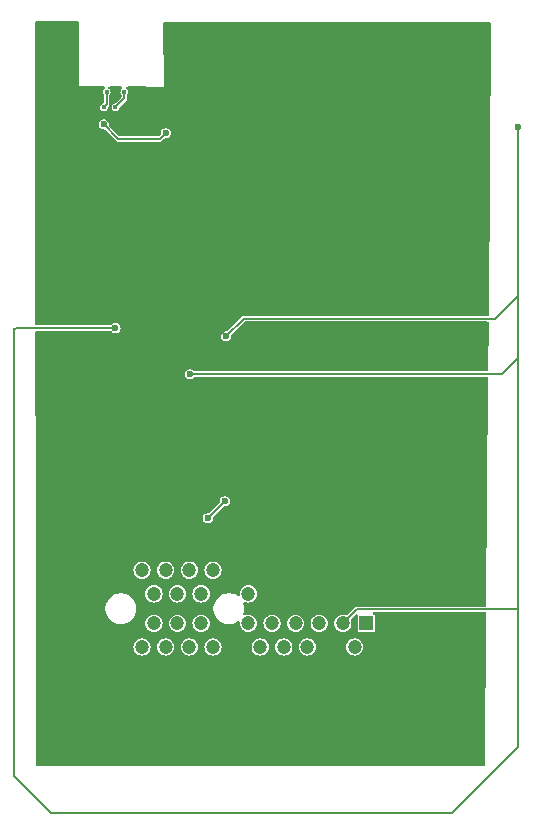
<source format=gbr>
%TF.GenerationSoftware,KiCad,Pcbnew,8.0.8*%
%TF.CreationDate,2025-07-23T18:15:36+02:00*%
%TF.ProjectId,CartridgeMk3ReaderMk6,43617274-7269-4646-9765-4d6b33526561,rev?*%
%TF.SameCoordinates,PX30a32c0PY5466720*%
%TF.FileFunction,Copper,L2,Bot*%
%TF.FilePolarity,Positive*%
%FSLAX46Y46*%
G04 Gerber Fmt 4.6, Leading zero omitted, Abs format (unit mm)*
G04 Created by KiCad (PCBNEW 8.0.8) date 2025-07-23 18:15:36*
%MOMM*%
%LPD*%
G01*
G04 APERTURE LIST*
%TA.AperFunction,ComponentPad*%
%ADD10R,1.200000X1.200000*%
%TD*%
%TA.AperFunction,ComponentPad*%
%ADD11C,1.200000*%
%TD*%
%TA.AperFunction,HeatsinkPad*%
%ADD12O,1.100000X2.100000*%
%TD*%
%TA.AperFunction,HeatsinkPad*%
%ADD13O,1.100000X2.600000*%
%TD*%
%TA.AperFunction,ViaPad*%
%ADD14C,0.600000*%
%TD*%
%TA.AperFunction,ViaPad*%
%ADD15C,0.400000*%
%TD*%
%TA.AperFunction,Conductor*%
%ADD16C,0.200000*%
%TD*%
G04 APERTURE END LIST*
D10*
%TO.P,J1,A1,A1*%
%TO.N,SUPPLY*%
X34000000Y18000000D03*
D11*
%TO.P,J1,A2,A2*%
%TO.N,VCC*%
X33000000Y16000000D03*
%TO.P,J1,A3,A3*%
%TO.N,3V3*%
X32000000Y18000000D03*
%TO.P,J1,A4,A4*%
%TO.N,GND*%
X31000000Y16000000D03*
%TO.P,J1,A5,A5*%
%TO.N,SD_CLK*%
X30000000Y18000000D03*
%TO.P,J1,A6,A6*%
%TO.N,SD_CMD*%
X29000000Y16000000D03*
%TO.P,J1,A7,A7*%
%TO.N,SD_DAT0*%
X28000000Y18000000D03*
%TO.P,J1,A8,A8*%
%TO.N,SD_DAT1*%
X27000000Y16000000D03*
%TO.P,J1,A9,A9*%
%TO.N,SD_DAT2*%
X26000000Y18000000D03*
%TO.P,J1,A10,A10*%
%TO.N,SD_DAT3*%
X25000000Y16000000D03*
%TO.P,J1,A11,A11*%
%TO.N,unconnected-(J1-PadA11)*%
X24000000Y18000000D03*
%TO.P,J1,A12,A12*%
%TO.N,unconnected-(J1-PadA12)*%
X21000000Y16000000D03*
%TO.P,J1,A13,A13*%
%TO.N,unconnected-(J1-PadA13)*%
X20000000Y18000000D03*
%TO.P,J1,A14,A14*%
%TO.N,unconnected-(J1-PadA14)*%
X19000000Y16000000D03*
%TO.P,J1,A15,A15*%
%TO.N,unconnected-(J1-PadA15)*%
X18000000Y18000000D03*
%TO.P,J1,A16,A16*%
%TO.N,unconnected-(J1-PadA16)*%
X17000000Y16000000D03*
%TO.P,J1,A17,A17*%
%TO.N,CARD_PRESENT*%
X16000000Y18000000D03*
%TO.P,J1,A18,A18*%
%TO.N,unconnected-(J1-PadA18)*%
X15000000Y16000000D03*
%TO.P,J1,B1,B1*%
%TO.N,GND*%
X34000000Y20500000D03*
%TO.P,J1,B2,B2*%
X33000000Y22500000D03*
%TO.P,J1,B3,B3*%
X32000000Y20500000D03*
%TO.P,J1,B4,B4*%
X31000000Y22500000D03*
%TO.P,J1,B5,B5*%
X30000000Y20500000D03*
%TO.P,J1,B6,B6*%
X29000000Y22500000D03*
%TO.P,J1,B7,B7*%
X28000000Y20500000D03*
%TO.P,J1,B8,B8*%
X27000000Y22500000D03*
%TO.P,J1,B9,B9*%
X26000000Y20500000D03*
%TO.P,J1,B10,B10*%
X25000000Y22500000D03*
%TO.P,J1,B11,B11*%
%TO.N,unconnected-(J1-PadB11)*%
X24000000Y20500000D03*
%TO.P,J1,B12,B12*%
%TO.N,unconnected-(J1-PadB12)*%
X21000000Y22500000D03*
%TO.P,J1,B13,B13*%
%TO.N,unconnected-(J1-PadB13)*%
X20000000Y20500000D03*
%TO.P,J1,B14,B14*%
%TO.N,unconnected-(J1-PadB14)*%
X19000000Y22500000D03*
%TO.P,J1,B15,B15*%
%TO.N,unconnected-(J1-PadB15)*%
X18000000Y20500000D03*
%TO.P,J1,B16,B16*%
%TO.N,unconnected-(J1-PadB16)*%
X17000000Y22500000D03*
%TO.P,J1,B17,B17*%
%TO.N,unconnected-(J1-PadB17)*%
X16000000Y20500000D03*
%TO.P,J1,B18,B18*%
%TO.N,unconnected-(J1-PadB18)*%
X15000000Y22500000D03*
%TD*%
D12*
%TO.P,J2,S1,SHIELD*%
%TO.N,GND*%
X17570000Y62110000D03*
D13*
X17570000Y67470000D03*
D12*
X8930000Y62110000D03*
D13*
X8930000Y67470000D03*
%TD*%
D14*
%TO.N,GND*%
X32550000Y58250000D03*
D15*
X21400000Y54226000D03*
X27500000Y53320000D03*
X18820000Y37500000D03*
X16850000Y51015000D03*
X10100000Y63000000D03*
X41920000Y18450000D03*
X16250000Y61700000D03*
D14*
X28850000Y61050000D03*
D15*
X41100000Y54250000D03*
X23025000Y52975000D03*
X10250000Y61700000D03*
X15525000Y57000000D03*
X16350000Y63000000D03*
D14*
X28850000Y61700000D03*
D15*
X9665000Y57000000D03*
D14*
X20000000Y47500000D03*
D15*
X23450000Y48150000D03*
X17000000Y52820000D03*
D14*
X33250000Y58250000D03*
D15*
X25900000Y60375000D03*
X16150000Y49065000D03*
D14*
X18000000Y43500000D03*
%TO.N,3V3*%
X22100000Y42300000D03*
X46850000Y60050000D03*
X12750000Y43000000D03*
X19050000Y39100000D03*
%TO.N,SD_DAT2*%
X21994871Y28344871D03*
X20555908Y26905908D03*
D15*
%TO.N,D-*%
X12750000Y61700000D03*
X13500000Y63000000D03*
D14*
%TO.N,VCC*%
X17000000Y59500000D03*
X11750000Y60250000D03*
D15*
X11750000Y61700000D03*
X12000000Y63000000D03*
%TD*%
D16*
%TO.N,3V3*%
X7250000Y1950000D02*
X4150000Y5050000D01*
X12750000Y43000000D02*
X4350000Y43000000D01*
X46850000Y40500000D02*
X46850000Y19200000D01*
X45450000Y39100000D02*
X46850000Y40500000D01*
X41250000Y1950000D02*
X40200000Y1950000D01*
X46850000Y16900000D02*
X46850000Y7550000D01*
X32000000Y18000000D02*
X33200000Y19200000D01*
X4150000Y42950000D02*
X4200000Y43000000D01*
X4150000Y5050000D02*
X4150000Y42800000D01*
X40200000Y1950000D02*
X7250000Y1950000D01*
X4350000Y43000000D02*
X4150000Y42800000D01*
X19050000Y39100000D02*
X45450000Y39100000D01*
X46850000Y45750000D02*
X46850000Y40500000D01*
X22100000Y42300000D02*
X23600000Y43800000D01*
X23600000Y43800000D02*
X44900000Y43800000D01*
X33200000Y19200000D02*
X46850000Y19200000D01*
X46850000Y7550000D02*
X41250000Y1950000D01*
X46850000Y19200000D02*
X46850000Y16900000D01*
X4150000Y42800000D02*
X4150000Y42950000D01*
X44900000Y43800000D02*
X46850000Y45750000D01*
X46850000Y60050000D02*
X46850000Y45750000D01*
%TO.N,SD_DAT2*%
X21994871Y28344871D02*
X20555908Y26905908D01*
%TO.N,D-*%
X13500000Y63000000D02*
X13500000Y62450000D01*
X13500000Y62450000D02*
X12750000Y61700000D01*
%TO.N,VCC*%
X12000000Y63000000D02*
X12000000Y61950000D01*
X13000000Y59000000D02*
X16500000Y59000000D01*
X12000000Y61950000D02*
X11750000Y61700000D01*
X11750000Y60250000D02*
X13000000Y59000000D01*
X16500000Y59000000D02*
X17000000Y59500000D01*
%TD*%
%TA.AperFunction,Conductor*%
%TO.N,GND*%
G36*
X9593039Y68979815D02*
G01*
X9638794Y68927011D01*
X9650000Y68875500D01*
X9650000Y63500000D01*
X11729349Y63485561D01*
X11796247Y63465411D01*
X11841634Y63412291D01*
X11851097Y63343065D01*
X11821632Y63279712D01*
X11808192Y63266575D01*
X11745250Y63213760D01*
X11745247Y63213757D01*
X11687505Y63113745D01*
X11687502Y63113738D01*
X11667448Y63000001D01*
X11667448Y63000000D01*
X11687502Y62886263D01*
X11687505Y62886256D01*
X11750674Y62776845D01*
X11748953Y62775852D01*
X11771502Y62724336D01*
X11772500Y62708633D01*
X11772500Y62143534D01*
X11752815Y62076495D01*
X11700011Y62030740D01*
X11690912Y62027013D01*
X11583725Y61987999D01*
X11495249Y61913759D01*
X11495247Y61913757D01*
X11437505Y61813745D01*
X11437502Y61813738D01*
X11417448Y61700001D01*
X11417448Y61700000D01*
X11437502Y61586263D01*
X11437505Y61586256D01*
X11495247Y61486244D01*
X11495248Y61486243D01*
X11495250Y61486240D01*
X11583724Y61412002D01*
X11692253Y61372500D01*
X11692254Y61372500D01*
X11807745Y61372500D01*
X11807747Y61372500D01*
X11916276Y61412002D01*
X12004750Y61486240D01*
X12062497Y61586261D01*
X12078079Y61674632D01*
X12109106Y61737235D01*
X12112514Y61740782D01*
X12112515Y61740783D01*
X12192865Y61821132D01*
X12192867Y61821139D01*
X12199354Y61830846D01*
X12239745Y61864605D01*
X12234320Y61872223D01*
X12227500Y61912779D01*
X12227500Y62708633D01*
X12247185Y62775672D01*
X12253967Y62784885D01*
X12254748Y62786239D01*
X12254750Y62786240D01*
X12312497Y62886261D01*
X12332552Y63000000D01*
X12312497Y63113739D01*
X12254750Y63213760D01*
X12208859Y63252267D01*
X12196340Y63262772D01*
X12157638Y63320943D01*
X12156530Y63390804D01*
X12193367Y63450174D01*
X12256454Y63480203D01*
X12276902Y63481758D01*
X13217034Y63475229D01*
X13283935Y63455079D01*
X13329322Y63401959D01*
X13338785Y63332733D01*
X13309320Y63269380D01*
X13295879Y63256243D01*
X13245252Y63213763D01*
X13245247Y63213757D01*
X13187505Y63113745D01*
X13187502Y63113738D01*
X13167448Y63000001D01*
X13167448Y63000000D01*
X13187502Y62886263D01*
X13187505Y62886256D01*
X13250674Y62776845D01*
X13248953Y62775852D01*
X13271502Y62724336D01*
X13272500Y62708633D01*
X13272500Y62595595D01*
X13252815Y62528556D01*
X13236181Y62507914D01*
X12792086Y62063819D01*
X12730763Y62030334D01*
X12704405Y62027500D01*
X12692253Y62027500D01*
X12583727Y61987999D01*
X12583724Y61987998D01*
X12495249Y61913759D01*
X12458887Y61850778D01*
X12413924Y61807908D01*
X12422040Y61794771D01*
X12424576Y61740429D01*
X12417448Y61700003D01*
X12417448Y61700000D01*
X12437502Y61586263D01*
X12437505Y61586256D01*
X12495247Y61486244D01*
X12495248Y61486243D01*
X12495250Y61486240D01*
X12583724Y61412002D01*
X12692253Y61372500D01*
X12692254Y61372500D01*
X12807745Y61372500D01*
X12807747Y61372500D01*
X12916276Y61412002D01*
X13004750Y61486240D01*
X13062497Y61586261D01*
X13078079Y61674636D01*
X13109105Y61737237D01*
X13112487Y61740756D01*
X13692865Y62321132D01*
X13727500Y62404747D01*
X13727500Y62708633D01*
X13747185Y62775672D01*
X13753967Y62784885D01*
X13754748Y62786239D01*
X13754750Y62786240D01*
X13812497Y62886261D01*
X13832552Y63000000D01*
X13812497Y63113739D01*
X13754750Y63213760D01*
X13708856Y63252269D01*
X13670155Y63310438D01*
X13669046Y63380299D01*
X13705883Y63439669D01*
X13768970Y63469699D01*
X13789424Y63471254D01*
X16849999Y63450000D01*
X16849998Y63450001D01*
X16850000Y63450000D01*
X16801138Y68824873D01*
X16820212Y68892088D01*
X16872598Y68938321D01*
X16925133Y68950000D01*
X18400000Y68950000D01*
X44425251Y68900239D01*
X44492252Y68880426D01*
X44537906Y68827535D01*
X44549009Y68775255D01*
X44353575Y44150516D01*
X44333359Y44083635D01*
X44280194Y44038300D01*
X44229579Y44027500D01*
X23554746Y44027500D01*
X23471130Y43992864D01*
X22242085Y42763819D01*
X22180762Y42730334D01*
X22154404Y42727500D01*
X22038535Y42727500D01*
X21920584Y42692866D01*
X21920582Y42692866D01*
X21920582Y42692865D01*
X21817169Y42626406D01*
X21736667Y42533503D01*
X21736665Y42533500D01*
X21685599Y42421683D01*
X21685598Y42421679D01*
X21668104Y42300000D01*
X21685598Y42178322D01*
X21685599Y42178318D01*
X21736665Y42066501D01*
X21736666Y42066499D01*
X21817168Y41973595D01*
X21920584Y41907134D01*
X22038535Y41872500D01*
X22161465Y41872500D01*
X22279416Y41907134D01*
X22382832Y41973595D01*
X22463334Y42066499D01*
X22514401Y42178321D01*
X22531896Y42300000D01*
X22526881Y42334876D01*
X22536822Y42404033D01*
X22561934Y42440203D01*
X23657914Y43536181D01*
X23719237Y43569666D01*
X23745595Y43572500D01*
X44224000Y43572500D01*
X44291039Y43552815D01*
X44336794Y43500011D01*
X44347996Y43447516D01*
X44316274Y39450516D01*
X44296058Y39383635D01*
X44242893Y39338300D01*
X44192278Y39327500D01*
X19475162Y39327500D01*
X19408123Y39347185D01*
X19381452Y39370294D01*
X19332832Y39426405D01*
X19229416Y39492866D01*
X19111465Y39527500D01*
X18988535Y39527500D01*
X18870584Y39492866D01*
X18870582Y39492866D01*
X18870582Y39492865D01*
X18767169Y39426406D01*
X18686667Y39333503D01*
X18686665Y39333500D01*
X18635599Y39221683D01*
X18635598Y39221679D01*
X18618104Y39100000D01*
X18635598Y38978322D01*
X18635599Y38978318D01*
X18668108Y38907135D01*
X18686666Y38866499D01*
X18767168Y38773595D01*
X18870584Y38707134D01*
X18988535Y38672500D01*
X19111465Y38672500D01*
X19229416Y38707134D01*
X19332832Y38773595D01*
X19381451Y38829705D01*
X19440227Y38867477D01*
X19475162Y38872500D01*
X44186699Y38872500D01*
X44253738Y38852815D01*
X44299493Y38800011D01*
X44310694Y38747518D01*
X44234516Y29149016D01*
X44158337Y19550516D01*
X44138121Y19483635D01*
X44084956Y19438300D01*
X44034341Y19427500D01*
X33154746Y19427500D01*
X33071130Y19392864D01*
X32387720Y18709455D01*
X32326397Y18675970D01*
X32259085Y18680094D01*
X32175176Y18709455D01*
X32162908Y18713748D01*
X32162907Y18713749D01*
X32162905Y18713749D01*
X32162899Y18713750D01*
X32000004Y18732103D01*
X31999996Y18732103D01*
X31837100Y18713750D01*
X31837094Y18713749D01*
X31682352Y18659603D01*
X31543540Y18572381D01*
X31427619Y18456460D01*
X31340397Y18317648D01*
X31286251Y18162906D01*
X31286250Y18162900D01*
X31267897Y18000004D01*
X31267897Y17999997D01*
X31286250Y17837101D01*
X31286251Y17837095D01*
X31340397Y17682353D01*
X31340398Y17682352D01*
X31427619Y17543541D01*
X31543541Y17427619D01*
X31682352Y17340398D01*
X31837092Y17286252D01*
X31837098Y17286252D01*
X31837100Y17286251D01*
X31999996Y17267897D01*
X32000000Y17267897D01*
X32000004Y17267897D01*
X32162899Y17286251D01*
X32162898Y17286251D01*
X32162908Y17286252D01*
X32317648Y17340398D01*
X32456459Y17427619D01*
X32572381Y17543541D01*
X32659602Y17682352D01*
X32713748Y17837092D01*
X32726188Y17947500D01*
X32732103Y17999997D01*
X32732103Y18000004D01*
X32713749Y18162900D01*
X32713748Y18162906D01*
X32713748Y18162908D01*
X32680092Y18259089D01*
X32676532Y18328867D01*
X32709452Y18387721D01*
X33067435Y18745703D01*
X33128755Y18779186D01*
X33198447Y18774202D01*
X33254380Y18732330D01*
X33278797Y18666866D01*
X33276731Y18633830D01*
X33272500Y18612559D01*
X33272500Y17387442D01*
X33279898Y17350251D01*
X33308077Y17308078D01*
X33350250Y17279899D01*
X33350252Y17279898D01*
X33378205Y17274338D01*
X33387441Y17272500D01*
X33387442Y17272500D01*
X34612559Y17272500D01*
X34619957Y17273972D01*
X34649748Y17279898D01*
X34691922Y17308078D01*
X34720102Y17350252D01*
X34727500Y17387442D01*
X34727500Y18612558D01*
X34720102Y18649748D01*
X34702581Y18675970D01*
X34691922Y18691923D01*
X34649749Y18720102D01*
X34615660Y18726883D01*
X34553750Y18759270D01*
X34519177Y18819986D01*
X34522918Y18889756D01*
X34563786Y18946427D01*
X34628805Y18972007D01*
X34639854Y18972500D01*
X44028762Y18972500D01*
X44095801Y18952815D01*
X44141556Y18900011D01*
X44152758Y18847516D01*
X44050977Y6023178D01*
X44030761Y5956297D01*
X43977596Y5910962D01*
X43926818Y5900162D01*
X6123720Y5949838D01*
X6056707Y5969611D01*
X6011021Y6022475D01*
X5999883Y6073719D01*
X5990563Y16000004D01*
X14267897Y16000004D01*
X14267897Y15999997D01*
X14286250Y15837101D01*
X14286251Y15837095D01*
X14340397Y15682353D01*
X14340398Y15682352D01*
X14427619Y15543541D01*
X14543541Y15427619D01*
X14682352Y15340398D01*
X14837092Y15286252D01*
X14837098Y15286252D01*
X14837100Y15286251D01*
X14999996Y15267897D01*
X15000000Y15267897D01*
X15000004Y15267897D01*
X15162899Y15286251D01*
X15162898Y15286251D01*
X15162908Y15286252D01*
X15317648Y15340398D01*
X15456459Y15427619D01*
X15572381Y15543541D01*
X15659602Y15682352D01*
X15713748Y15837092D01*
X15732103Y16000000D01*
X15732103Y16000004D01*
X16267897Y16000004D01*
X16267897Y15999997D01*
X16286250Y15837101D01*
X16286251Y15837095D01*
X16340397Y15682353D01*
X16340398Y15682352D01*
X16427619Y15543541D01*
X16543541Y15427619D01*
X16682352Y15340398D01*
X16837092Y15286252D01*
X16837098Y15286252D01*
X16837100Y15286251D01*
X16999996Y15267897D01*
X17000000Y15267897D01*
X17000004Y15267897D01*
X17162899Y15286251D01*
X17162898Y15286251D01*
X17162908Y15286252D01*
X17317648Y15340398D01*
X17456459Y15427619D01*
X17572381Y15543541D01*
X17659602Y15682352D01*
X17713748Y15837092D01*
X17732103Y16000000D01*
X17732103Y16000004D01*
X18267897Y16000004D01*
X18267897Y15999997D01*
X18286250Y15837101D01*
X18286251Y15837095D01*
X18340397Y15682353D01*
X18340398Y15682352D01*
X18427619Y15543541D01*
X18543541Y15427619D01*
X18682352Y15340398D01*
X18837092Y15286252D01*
X18837098Y15286252D01*
X18837100Y15286251D01*
X18999996Y15267897D01*
X19000000Y15267897D01*
X19000004Y15267897D01*
X19162899Y15286251D01*
X19162898Y15286251D01*
X19162908Y15286252D01*
X19317648Y15340398D01*
X19456459Y15427619D01*
X19572381Y15543541D01*
X19659602Y15682352D01*
X19713748Y15837092D01*
X19732103Y16000000D01*
X19732103Y16000004D01*
X20267897Y16000004D01*
X20267897Y15999997D01*
X20286250Y15837101D01*
X20286251Y15837095D01*
X20340397Y15682353D01*
X20340398Y15682352D01*
X20427619Y15543541D01*
X20543541Y15427619D01*
X20682352Y15340398D01*
X20837092Y15286252D01*
X20837098Y15286252D01*
X20837100Y15286251D01*
X20999996Y15267897D01*
X21000000Y15267897D01*
X21000004Y15267897D01*
X21162899Y15286251D01*
X21162898Y15286251D01*
X21162908Y15286252D01*
X21317648Y15340398D01*
X21456459Y15427619D01*
X21572381Y15543541D01*
X21659602Y15682352D01*
X21713748Y15837092D01*
X21732103Y16000000D01*
X21732103Y16000004D01*
X24267897Y16000004D01*
X24267897Y15999997D01*
X24286250Y15837101D01*
X24286251Y15837095D01*
X24340397Y15682353D01*
X24340398Y15682352D01*
X24427619Y15543541D01*
X24543541Y15427619D01*
X24682352Y15340398D01*
X24837092Y15286252D01*
X24837098Y15286252D01*
X24837100Y15286251D01*
X24999996Y15267897D01*
X25000000Y15267897D01*
X25000004Y15267897D01*
X25162899Y15286251D01*
X25162898Y15286251D01*
X25162908Y15286252D01*
X25317648Y15340398D01*
X25456459Y15427619D01*
X25572381Y15543541D01*
X25659602Y15682352D01*
X25713748Y15837092D01*
X25732103Y16000000D01*
X25732103Y16000004D01*
X26267897Y16000004D01*
X26267897Y15999997D01*
X26286250Y15837101D01*
X26286251Y15837095D01*
X26340397Y15682353D01*
X26340398Y15682352D01*
X26427619Y15543541D01*
X26543541Y15427619D01*
X26682352Y15340398D01*
X26837092Y15286252D01*
X26837098Y15286252D01*
X26837100Y15286251D01*
X26999996Y15267897D01*
X27000000Y15267897D01*
X27000004Y15267897D01*
X27162899Y15286251D01*
X27162898Y15286251D01*
X27162908Y15286252D01*
X27317648Y15340398D01*
X27456459Y15427619D01*
X27572381Y15543541D01*
X27659602Y15682352D01*
X27713748Y15837092D01*
X27732103Y16000000D01*
X27732103Y16000004D01*
X28267897Y16000004D01*
X28267897Y15999997D01*
X28286250Y15837101D01*
X28286251Y15837095D01*
X28340397Y15682353D01*
X28340398Y15682352D01*
X28427619Y15543541D01*
X28543541Y15427619D01*
X28682352Y15340398D01*
X28837092Y15286252D01*
X28837098Y15286252D01*
X28837100Y15286251D01*
X28999996Y15267897D01*
X29000000Y15267897D01*
X29000004Y15267897D01*
X29162899Y15286251D01*
X29162898Y15286251D01*
X29162908Y15286252D01*
X29317648Y15340398D01*
X29456459Y15427619D01*
X29572381Y15543541D01*
X29659602Y15682352D01*
X29713748Y15837092D01*
X29732103Y16000000D01*
X29732103Y16000004D01*
X32267897Y16000004D01*
X32267897Y15999997D01*
X32286250Y15837101D01*
X32286251Y15837095D01*
X32340397Y15682353D01*
X32340398Y15682352D01*
X32427619Y15543541D01*
X32543541Y15427619D01*
X32682352Y15340398D01*
X32837092Y15286252D01*
X32837098Y15286252D01*
X32837100Y15286251D01*
X32999996Y15267897D01*
X33000000Y15267897D01*
X33000004Y15267897D01*
X33162899Y15286251D01*
X33162898Y15286251D01*
X33162908Y15286252D01*
X33317648Y15340398D01*
X33456459Y15427619D01*
X33572381Y15543541D01*
X33659602Y15682352D01*
X33713748Y15837092D01*
X33732103Y16000000D01*
X33713748Y16162908D01*
X33659602Y16317648D01*
X33572381Y16456459D01*
X33456459Y16572381D01*
X33317647Y16659603D01*
X33162905Y16713749D01*
X33162899Y16713750D01*
X33000004Y16732103D01*
X32999996Y16732103D01*
X32837100Y16713750D01*
X32837094Y16713749D01*
X32682352Y16659603D01*
X32543540Y16572381D01*
X32427619Y16456460D01*
X32340397Y16317648D01*
X32286251Y16162906D01*
X32286250Y16162900D01*
X32267897Y16000004D01*
X29732103Y16000004D01*
X29713748Y16162908D01*
X29659602Y16317648D01*
X29572381Y16456459D01*
X29456459Y16572381D01*
X29317647Y16659603D01*
X29162905Y16713749D01*
X29162899Y16713750D01*
X29000004Y16732103D01*
X28999996Y16732103D01*
X28837100Y16713750D01*
X28837094Y16713749D01*
X28682352Y16659603D01*
X28543540Y16572381D01*
X28427619Y16456460D01*
X28340397Y16317648D01*
X28286251Y16162906D01*
X28286250Y16162900D01*
X28267897Y16000004D01*
X27732103Y16000004D01*
X27713748Y16162908D01*
X27659602Y16317648D01*
X27572381Y16456459D01*
X27456459Y16572381D01*
X27317647Y16659603D01*
X27162905Y16713749D01*
X27162899Y16713750D01*
X27000004Y16732103D01*
X26999996Y16732103D01*
X26837100Y16713750D01*
X26837094Y16713749D01*
X26682352Y16659603D01*
X26543540Y16572381D01*
X26427619Y16456460D01*
X26340397Y16317648D01*
X26286251Y16162906D01*
X26286250Y16162900D01*
X26267897Y16000004D01*
X25732103Y16000004D01*
X25713748Y16162908D01*
X25659602Y16317648D01*
X25572381Y16456459D01*
X25456459Y16572381D01*
X25317647Y16659603D01*
X25162905Y16713749D01*
X25162899Y16713750D01*
X25000004Y16732103D01*
X24999996Y16732103D01*
X24837100Y16713750D01*
X24837094Y16713749D01*
X24682352Y16659603D01*
X24543540Y16572381D01*
X24427619Y16456460D01*
X24340397Y16317648D01*
X24286251Y16162906D01*
X24286250Y16162900D01*
X24267897Y16000004D01*
X21732103Y16000004D01*
X21713748Y16162908D01*
X21659602Y16317648D01*
X21572381Y16456459D01*
X21456459Y16572381D01*
X21317647Y16659603D01*
X21162905Y16713749D01*
X21162899Y16713750D01*
X21000004Y16732103D01*
X20999996Y16732103D01*
X20837100Y16713750D01*
X20837094Y16713749D01*
X20682352Y16659603D01*
X20543540Y16572381D01*
X20427619Y16456460D01*
X20340397Y16317648D01*
X20286251Y16162906D01*
X20286250Y16162900D01*
X20267897Y16000004D01*
X19732103Y16000004D01*
X19713748Y16162908D01*
X19659602Y16317648D01*
X19572381Y16456459D01*
X19456459Y16572381D01*
X19317647Y16659603D01*
X19162905Y16713749D01*
X19162899Y16713750D01*
X19000004Y16732103D01*
X18999996Y16732103D01*
X18837100Y16713750D01*
X18837094Y16713749D01*
X18682352Y16659603D01*
X18543540Y16572381D01*
X18427619Y16456460D01*
X18340397Y16317648D01*
X18286251Y16162906D01*
X18286250Y16162900D01*
X18267897Y16000004D01*
X17732103Y16000004D01*
X17713748Y16162908D01*
X17659602Y16317648D01*
X17572381Y16456459D01*
X17456459Y16572381D01*
X17317647Y16659603D01*
X17162905Y16713749D01*
X17162899Y16713750D01*
X17000004Y16732103D01*
X16999996Y16732103D01*
X16837100Y16713750D01*
X16837094Y16713749D01*
X16682352Y16659603D01*
X16543540Y16572381D01*
X16427619Y16456460D01*
X16340397Y16317648D01*
X16286251Y16162906D01*
X16286250Y16162900D01*
X16267897Y16000004D01*
X15732103Y16000004D01*
X15713748Y16162908D01*
X15659602Y16317648D01*
X15572381Y16456459D01*
X15456459Y16572381D01*
X15317647Y16659603D01*
X15162905Y16713749D01*
X15162899Y16713750D01*
X15000004Y16732103D01*
X14999996Y16732103D01*
X14837100Y16713750D01*
X14837094Y16713749D01*
X14682352Y16659603D01*
X14543540Y16572381D01*
X14427619Y16456460D01*
X14340397Y16317648D01*
X14286251Y16162906D01*
X14286250Y16162900D01*
X14267897Y16000004D01*
X5990563Y16000004D01*
X5987415Y19352514D01*
X11897500Y19352514D01*
X11897500Y19147487D01*
X11929570Y18945003D01*
X11929571Y18944997D01*
X11961245Y18847516D01*
X11992927Y18750009D01*
X12086004Y18567338D01*
X12206502Y18401485D01*
X12206506Y18401480D01*
X12351479Y18256507D01*
X12351484Y18256503D01*
X12439726Y18192392D01*
X12517341Y18136002D01*
X12633738Y18076695D01*
X12700008Y18042928D01*
X12700010Y18042928D01*
X12700013Y18042926D01*
X12894997Y17979571D01*
X13007493Y17961754D01*
X13097487Y17947500D01*
X13097491Y17947500D01*
X13302513Y17947500D01*
X13383506Y17960329D01*
X13505003Y17979571D01*
X13567888Y18000004D01*
X15267897Y18000004D01*
X15267897Y17999997D01*
X15286250Y17837101D01*
X15286251Y17837095D01*
X15340397Y17682353D01*
X15340398Y17682352D01*
X15427619Y17543541D01*
X15543541Y17427619D01*
X15682352Y17340398D01*
X15837092Y17286252D01*
X15837098Y17286252D01*
X15837100Y17286251D01*
X15999996Y17267897D01*
X16000000Y17267897D01*
X16000004Y17267897D01*
X16162899Y17286251D01*
X16162898Y17286251D01*
X16162908Y17286252D01*
X16317648Y17340398D01*
X16456459Y17427619D01*
X16572381Y17543541D01*
X16659602Y17682352D01*
X16713748Y17837092D01*
X16726188Y17947500D01*
X16732103Y17999997D01*
X16732103Y18000004D01*
X17267897Y18000004D01*
X17267897Y17999997D01*
X17286250Y17837101D01*
X17286251Y17837095D01*
X17340397Y17682353D01*
X17340398Y17682352D01*
X17427619Y17543541D01*
X17543541Y17427619D01*
X17682352Y17340398D01*
X17837092Y17286252D01*
X17837098Y17286252D01*
X17837100Y17286251D01*
X17999996Y17267897D01*
X18000000Y17267897D01*
X18000004Y17267897D01*
X18162899Y17286251D01*
X18162898Y17286251D01*
X18162908Y17286252D01*
X18317648Y17340398D01*
X18456459Y17427619D01*
X18572381Y17543541D01*
X18659602Y17682352D01*
X18713748Y17837092D01*
X18726188Y17947500D01*
X18732103Y17999997D01*
X18732103Y18000004D01*
X19267897Y18000004D01*
X19267897Y17999997D01*
X19286250Y17837101D01*
X19286251Y17837095D01*
X19340397Y17682353D01*
X19340398Y17682352D01*
X19427619Y17543541D01*
X19543541Y17427619D01*
X19682352Y17340398D01*
X19837092Y17286252D01*
X19837098Y17286252D01*
X19837100Y17286251D01*
X19999996Y17267897D01*
X20000000Y17267897D01*
X20000004Y17267897D01*
X20162899Y17286251D01*
X20162898Y17286251D01*
X20162908Y17286252D01*
X20317648Y17340398D01*
X20456459Y17427619D01*
X20572381Y17543541D01*
X20659602Y17682352D01*
X20713748Y17837092D01*
X20726188Y17947500D01*
X20732103Y17999997D01*
X20732103Y18000004D01*
X20713749Y18162900D01*
X20713748Y18162906D01*
X20713748Y18162908D01*
X20659602Y18317648D01*
X20572381Y18456459D01*
X20456459Y18572381D01*
X20392518Y18612558D01*
X20317647Y18659603D01*
X20162905Y18713749D01*
X20162899Y18713750D01*
X20000004Y18732103D01*
X19999996Y18732103D01*
X19837100Y18713750D01*
X19837094Y18713749D01*
X19682352Y18659603D01*
X19543540Y18572381D01*
X19427619Y18456460D01*
X19340397Y18317648D01*
X19286251Y18162906D01*
X19286250Y18162900D01*
X19267897Y18000004D01*
X18732103Y18000004D01*
X18713749Y18162900D01*
X18713748Y18162906D01*
X18713748Y18162908D01*
X18659602Y18317648D01*
X18572381Y18456459D01*
X18456459Y18572381D01*
X18392518Y18612558D01*
X18317647Y18659603D01*
X18162905Y18713749D01*
X18162899Y18713750D01*
X18000004Y18732103D01*
X17999996Y18732103D01*
X17837100Y18713750D01*
X17837094Y18713749D01*
X17682352Y18659603D01*
X17543540Y18572381D01*
X17427619Y18456460D01*
X17340397Y18317648D01*
X17286251Y18162906D01*
X17286250Y18162900D01*
X17267897Y18000004D01*
X16732103Y18000004D01*
X16713749Y18162900D01*
X16713748Y18162906D01*
X16713748Y18162908D01*
X16659602Y18317648D01*
X16572381Y18456459D01*
X16456459Y18572381D01*
X16392518Y18612558D01*
X16317647Y18659603D01*
X16162905Y18713749D01*
X16162899Y18713750D01*
X16000004Y18732103D01*
X15999996Y18732103D01*
X15837100Y18713750D01*
X15837094Y18713749D01*
X15682352Y18659603D01*
X15543540Y18572381D01*
X15427619Y18456460D01*
X15340397Y18317648D01*
X15286251Y18162906D01*
X15286250Y18162900D01*
X15267897Y18000004D01*
X13567888Y18000004D01*
X13699987Y18042926D01*
X13882659Y18136002D01*
X14048522Y18256508D01*
X14193492Y18401478D01*
X14313998Y18567341D01*
X14407074Y18750013D01*
X14470429Y18944997D01*
X14490406Y19071132D01*
X14502500Y19147487D01*
X14502500Y19352514D01*
X21047500Y19352514D01*
X21047500Y19147487D01*
X21079570Y18945003D01*
X21079571Y18944997D01*
X21111245Y18847516D01*
X21142927Y18750009D01*
X21236004Y18567338D01*
X21356502Y18401485D01*
X21356506Y18401480D01*
X21501479Y18256507D01*
X21501484Y18256503D01*
X21589726Y18192392D01*
X21667341Y18136002D01*
X21783738Y18076695D01*
X21850008Y18042928D01*
X21850010Y18042928D01*
X21850013Y18042926D01*
X22044997Y17979571D01*
X22157493Y17961754D01*
X22247487Y17947500D01*
X22247491Y17947500D01*
X22452513Y17947500D01*
X22533506Y17960329D01*
X22655003Y17979571D01*
X22849987Y18042926D01*
X23032659Y18136002D01*
X23077956Y18168913D01*
X23143759Y18192392D01*
X23211813Y18176568D01*
X23260509Y18126463D01*
X23274385Y18057985D01*
X23274061Y18054712D01*
X23270529Y18023369D01*
X23267898Y18000004D01*
X23267897Y17999997D01*
X23286250Y17837101D01*
X23286251Y17837095D01*
X23340397Y17682353D01*
X23340398Y17682352D01*
X23427619Y17543541D01*
X23543541Y17427619D01*
X23682352Y17340398D01*
X23837092Y17286252D01*
X23837098Y17286252D01*
X23837100Y17286251D01*
X23999996Y17267897D01*
X24000000Y17267897D01*
X24000004Y17267897D01*
X24162899Y17286251D01*
X24162898Y17286251D01*
X24162908Y17286252D01*
X24317648Y17340398D01*
X24456459Y17427619D01*
X24572381Y17543541D01*
X24659602Y17682352D01*
X24713748Y17837092D01*
X24726188Y17947500D01*
X24732103Y17999997D01*
X24732103Y18000004D01*
X25267897Y18000004D01*
X25267897Y17999997D01*
X25286250Y17837101D01*
X25286251Y17837095D01*
X25340397Y17682353D01*
X25340398Y17682352D01*
X25427619Y17543541D01*
X25543541Y17427619D01*
X25682352Y17340398D01*
X25837092Y17286252D01*
X25837098Y17286252D01*
X25837100Y17286251D01*
X25999996Y17267897D01*
X26000000Y17267897D01*
X26000004Y17267897D01*
X26162899Y17286251D01*
X26162898Y17286251D01*
X26162908Y17286252D01*
X26317648Y17340398D01*
X26456459Y17427619D01*
X26572381Y17543541D01*
X26659602Y17682352D01*
X26713748Y17837092D01*
X26726188Y17947500D01*
X26732103Y17999997D01*
X26732103Y18000004D01*
X27267897Y18000004D01*
X27267897Y17999997D01*
X27286250Y17837101D01*
X27286251Y17837095D01*
X27340397Y17682353D01*
X27340398Y17682352D01*
X27427619Y17543541D01*
X27543541Y17427619D01*
X27682352Y17340398D01*
X27837092Y17286252D01*
X27837098Y17286252D01*
X27837100Y17286251D01*
X27999996Y17267897D01*
X28000000Y17267897D01*
X28000004Y17267897D01*
X28162899Y17286251D01*
X28162898Y17286251D01*
X28162908Y17286252D01*
X28317648Y17340398D01*
X28456459Y17427619D01*
X28572381Y17543541D01*
X28659602Y17682352D01*
X28713748Y17837092D01*
X28726188Y17947500D01*
X28732103Y17999997D01*
X28732103Y18000004D01*
X29267897Y18000004D01*
X29267897Y17999997D01*
X29286250Y17837101D01*
X29286251Y17837095D01*
X29340397Y17682353D01*
X29340398Y17682352D01*
X29427619Y17543541D01*
X29543541Y17427619D01*
X29682352Y17340398D01*
X29837092Y17286252D01*
X29837098Y17286252D01*
X29837100Y17286251D01*
X29999996Y17267897D01*
X30000000Y17267897D01*
X30000004Y17267897D01*
X30162899Y17286251D01*
X30162898Y17286251D01*
X30162908Y17286252D01*
X30317648Y17340398D01*
X30456459Y17427619D01*
X30572381Y17543541D01*
X30659602Y17682352D01*
X30713748Y17837092D01*
X30726188Y17947500D01*
X30732103Y17999997D01*
X30732103Y18000004D01*
X30713749Y18162900D01*
X30713748Y18162906D01*
X30713748Y18162908D01*
X30659602Y18317648D01*
X30572381Y18456459D01*
X30456459Y18572381D01*
X30392518Y18612558D01*
X30317647Y18659603D01*
X30162905Y18713749D01*
X30162899Y18713750D01*
X30000004Y18732103D01*
X29999996Y18732103D01*
X29837100Y18713750D01*
X29837094Y18713749D01*
X29682352Y18659603D01*
X29543540Y18572381D01*
X29427619Y18456460D01*
X29340397Y18317648D01*
X29286251Y18162906D01*
X29286250Y18162900D01*
X29267897Y18000004D01*
X28732103Y18000004D01*
X28713749Y18162900D01*
X28713748Y18162906D01*
X28713748Y18162908D01*
X28659602Y18317648D01*
X28572381Y18456459D01*
X28456459Y18572381D01*
X28392518Y18612558D01*
X28317647Y18659603D01*
X28162905Y18713749D01*
X28162899Y18713750D01*
X28000004Y18732103D01*
X27999996Y18732103D01*
X27837100Y18713750D01*
X27837094Y18713749D01*
X27682352Y18659603D01*
X27543540Y18572381D01*
X27427619Y18456460D01*
X27340397Y18317648D01*
X27286251Y18162906D01*
X27286250Y18162900D01*
X27267897Y18000004D01*
X26732103Y18000004D01*
X26713749Y18162900D01*
X26713748Y18162906D01*
X26713748Y18162908D01*
X26659602Y18317648D01*
X26572381Y18456459D01*
X26456459Y18572381D01*
X26392518Y18612558D01*
X26317647Y18659603D01*
X26162905Y18713749D01*
X26162899Y18713750D01*
X26000004Y18732103D01*
X25999996Y18732103D01*
X25837100Y18713750D01*
X25837094Y18713749D01*
X25682352Y18659603D01*
X25543540Y18572381D01*
X25427619Y18456460D01*
X25340397Y18317648D01*
X25286251Y18162906D01*
X25286250Y18162900D01*
X25267897Y18000004D01*
X24732103Y18000004D01*
X24713749Y18162900D01*
X24713748Y18162906D01*
X24713748Y18162908D01*
X24659602Y18317648D01*
X24572381Y18456459D01*
X24456459Y18572381D01*
X24392518Y18612558D01*
X24317647Y18659603D01*
X24162905Y18713749D01*
X24162899Y18713750D01*
X24000004Y18732103D01*
X23999996Y18732103D01*
X23837100Y18713750D01*
X23837094Y18713749D01*
X23744080Y18681202D01*
X23674301Y18677641D01*
X23613674Y18712370D01*
X23581447Y18774364D01*
X23585194Y18836559D01*
X23620429Y18944997D01*
X23640406Y19071132D01*
X23652500Y19147487D01*
X23652500Y19352514D01*
X23631732Y19483635D01*
X23620429Y19555003D01*
X23585194Y19663441D01*
X23583200Y19733279D01*
X23619280Y19793112D01*
X23681981Y19823941D01*
X23744077Y19818800D01*
X23837092Y19786252D01*
X23837098Y19786252D01*
X23837099Y19786251D01*
X23999996Y19767897D01*
X24000000Y19767897D01*
X24000004Y19767897D01*
X24162899Y19786251D01*
X24162898Y19786251D01*
X24162908Y19786252D01*
X24317648Y19840398D01*
X24456459Y19927619D01*
X24572381Y20043541D01*
X24659602Y20182352D01*
X24713748Y20337092D01*
X24725939Y20445289D01*
X24732103Y20499997D01*
X24732103Y20500004D01*
X24713749Y20662900D01*
X24713748Y20662906D01*
X24713748Y20662908D01*
X24659602Y20817648D01*
X24572381Y20956459D01*
X24456459Y21072381D01*
X24317647Y21159603D01*
X24162905Y21213749D01*
X24162899Y21213750D01*
X24000004Y21232103D01*
X23999996Y21232103D01*
X23837100Y21213750D01*
X23837094Y21213749D01*
X23682352Y21159603D01*
X23543540Y21072381D01*
X23427619Y20956460D01*
X23340397Y20817648D01*
X23286251Y20662906D01*
X23286250Y20662900D01*
X23267896Y20500004D01*
X23274061Y20445289D01*
X23262005Y20376467D01*
X23214655Y20325088D01*
X23147044Y20307465D01*
X23080639Y20329193D01*
X23077973Y20331076D01*
X23032659Y20363998D01*
X23008187Y20376467D01*
X22849991Y20457073D01*
X22803211Y20472273D01*
X22655003Y20520429D01*
X22654997Y20520430D01*
X22452513Y20552500D01*
X22452509Y20552500D01*
X22247491Y20552500D01*
X22247487Y20552500D01*
X22045002Y20520430D01*
X22045000Y20520430D01*
X22044997Y20520429D01*
X21982115Y20499997D01*
X21850008Y20457073D01*
X21667337Y20363996D01*
X21501484Y20243498D01*
X21501479Y20243494D01*
X21356506Y20098521D01*
X21356502Y20098516D01*
X21236004Y19932663D01*
X21142927Y19749992D01*
X21137497Y19733279D01*
X21079571Y19555003D01*
X21079570Y19555000D01*
X21079570Y19554998D01*
X21047500Y19352514D01*
X14502500Y19352514D01*
X14481732Y19483635D01*
X14470429Y19555003D01*
X14407074Y19749987D01*
X14407072Y19749990D01*
X14407072Y19749992D01*
X14361007Y19840398D01*
X14313998Y19932659D01*
X14233438Y20043541D01*
X14193497Y20098516D01*
X14193493Y20098521D01*
X14048520Y20243494D01*
X14048515Y20243498D01*
X13882662Y20363996D01*
X13882661Y20363997D01*
X13882659Y20363998D01*
X13825613Y20393064D01*
X13699991Y20457073D01*
X13653211Y20472273D01*
X13567864Y20500004D01*
X15267897Y20500004D01*
X15267897Y20499997D01*
X15286250Y20337101D01*
X15286251Y20337095D01*
X15340397Y20182353D01*
X15340398Y20182352D01*
X15427619Y20043541D01*
X15543541Y19927619D01*
X15682352Y19840398D01*
X15837092Y19786252D01*
X15837098Y19786252D01*
X15837100Y19786251D01*
X15999996Y19767897D01*
X16000000Y19767897D01*
X16000004Y19767897D01*
X16162899Y19786251D01*
X16162898Y19786251D01*
X16162908Y19786252D01*
X16317648Y19840398D01*
X16456459Y19927619D01*
X16572381Y20043541D01*
X16659602Y20182352D01*
X16713748Y20337092D01*
X16725939Y20445289D01*
X16732103Y20499997D01*
X16732103Y20500004D01*
X17267897Y20500004D01*
X17267897Y20499997D01*
X17286250Y20337101D01*
X17286251Y20337095D01*
X17340397Y20182353D01*
X17340398Y20182352D01*
X17427619Y20043541D01*
X17543541Y19927619D01*
X17682352Y19840398D01*
X17837092Y19786252D01*
X17837098Y19786252D01*
X17837100Y19786251D01*
X17999996Y19767897D01*
X18000000Y19767897D01*
X18000004Y19767897D01*
X18162899Y19786251D01*
X18162898Y19786251D01*
X18162908Y19786252D01*
X18317648Y19840398D01*
X18456459Y19927619D01*
X18572381Y20043541D01*
X18659602Y20182352D01*
X18713748Y20337092D01*
X18725939Y20445289D01*
X18732103Y20499997D01*
X18732103Y20500004D01*
X19267897Y20500004D01*
X19267897Y20499997D01*
X19286250Y20337101D01*
X19286251Y20337095D01*
X19340397Y20182353D01*
X19340398Y20182352D01*
X19427619Y20043541D01*
X19543541Y19927619D01*
X19682352Y19840398D01*
X19837092Y19786252D01*
X19837098Y19786252D01*
X19837100Y19786251D01*
X19999996Y19767897D01*
X20000000Y19767897D01*
X20000004Y19767897D01*
X20162899Y19786251D01*
X20162898Y19786251D01*
X20162908Y19786252D01*
X20317648Y19840398D01*
X20456459Y19927619D01*
X20572381Y20043541D01*
X20659602Y20182352D01*
X20713748Y20337092D01*
X20725939Y20445289D01*
X20732103Y20499997D01*
X20732103Y20500004D01*
X20713749Y20662900D01*
X20713748Y20662906D01*
X20713748Y20662908D01*
X20659602Y20817648D01*
X20572381Y20956459D01*
X20456459Y21072381D01*
X20317647Y21159603D01*
X20162905Y21213749D01*
X20162899Y21213750D01*
X20000004Y21232103D01*
X19999996Y21232103D01*
X19837100Y21213750D01*
X19837094Y21213749D01*
X19682352Y21159603D01*
X19543540Y21072381D01*
X19427619Y20956460D01*
X19340397Y20817648D01*
X19286251Y20662906D01*
X19286250Y20662900D01*
X19267897Y20500004D01*
X18732103Y20500004D01*
X18713749Y20662900D01*
X18713748Y20662906D01*
X18713748Y20662908D01*
X18659602Y20817648D01*
X18572381Y20956459D01*
X18456459Y21072381D01*
X18317647Y21159603D01*
X18162905Y21213749D01*
X18162899Y21213750D01*
X18000004Y21232103D01*
X17999996Y21232103D01*
X17837100Y21213750D01*
X17837094Y21213749D01*
X17682352Y21159603D01*
X17543540Y21072381D01*
X17427619Y20956460D01*
X17340397Y20817648D01*
X17286251Y20662906D01*
X17286250Y20662900D01*
X17267897Y20500004D01*
X16732103Y20500004D01*
X16713749Y20662900D01*
X16713748Y20662906D01*
X16713748Y20662908D01*
X16659602Y20817648D01*
X16572381Y20956459D01*
X16456459Y21072381D01*
X16317647Y21159603D01*
X16162905Y21213749D01*
X16162899Y21213750D01*
X16000004Y21232103D01*
X15999996Y21232103D01*
X15837100Y21213750D01*
X15837094Y21213749D01*
X15682352Y21159603D01*
X15543540Y21072381D01*
X15427619Y20956460D01*
X15340397Y20817648D01*
X15286251Y20662906D01*
X15286250Y20662900D01*
X15267897Y20500004D01*
X13567864Y20500004D01*
X13505003Y20520429D01*
X13504997Y20520430D01*
X13302513Y20552500D01*
X13302509Y20552500D01*
X13097491Y20552500D01*
X13097487Y20552500D01*
X12895002Y20520430D01*
X12895000Y20520430D01*
X12894997Y20520429D01*
X12832115Y20499997D01*
X12700008Y20457073D01*
X12517337Y20363996D01*
X12351484Y20243498D01*
X12351479Y20243494D01*
X12206506Y20098521D01*
X12206502Y20098516D01*
X12086004Y19932663D01*
X11992927Y19749992D01*
X11987497Y19733279D01*
X11929571Y19555003D01*
X11929570Y19555000D01*
X11929570Y19554998D01*
X11897500Y19352514D01*
X5987415Y19352514D01*
X5984460Y22500004D01*
X14267897Y22500004D01*
X14267897Y22499997D01*
X14286250Y22337101D01*
X14286251Y22337095D01*
X14340397Y22182353D01*
X14340398Y22182352D01*
X14427619Y22043541D01*
X14543541Y21927619D01*
X14682352Y21840398D01*
X14837092Y21786252D01*
X14837098Y21786252D01*
X14837100Y21786251D01*
X14999996Y21767897D01*
X15000000Y21767897D01*
X15000004Y21767897D01*
X15162899Y21786251D01*
X15162898Y21786251D01*
X15162908Y21786252D01*
X15317648Y21840398D01*
X15456459Y21927619D01*
X15572381Y22043541D01*
X15659602Y22182352D01*
X15713748Y22337092D01*
X15732103Y22500000D01*
X15732103Y22500004D01*
X16267897Y22500004D01*
X16267897Y22499997D01*
X16286250Y22337101D01*
X16286251Y22337095D01*
X16340397Y22182353D01*
X16340398Y22182352D01*
X16427619Y22043541D01*
X16543541Y21927619D01*
X16682352Y21840398D01*
X16837092Y21786252D01*
X16837098Y21786252D01*
X16837100Y21786251D01*
X16999996Y21767897D01*
X17000000Y21767897D01*
X17000004Y21767897D01*
X17162899Y21786251D01*
X17162898Y21786251D01*
X17162908Y21786252D01*
X17317648Y21840398D01*
X17456459Y21927619D01*
X17572381Y22043541D01*
X17659602Y22182352D01*
X17713748Y22337092D01*
X17732103Y22500000D01*
X17732103Y22500004D01*
X18267897Y22500004D01*
X18267897Y22499997D01*
X18286250Y22337101D01*
X18286251Y22337095D01*
X18340397Y22182353D01*
X18340398Y22182352D01*
X18427619Y22043541D01*
X18543541Y21927619D01*
X18682352Y21840398D01*
X18837092Y21786252D01*
X18837098Y21786252D01*
X18837100Y21786251D01*
X18999996Y21767897D01*
X19000000Y21767897D01*
X19000004Y21767897D01*
X19162899Y21786251D01*
X19162898Y21786251D01*
X19162908Y21786252D01*
X19317648Y21840398D01*
X19456459Y21927619D01*
X19572381Y22043541D01*
X19659602Y22182352D01*
X19713748Y22337092D01*
X19732103Y22500000D01*
X19732103Y22500004D01*
X20267897Y22500004D01*
X20267897Y22499997D01*
X20286250Y22337101D01*
X20286251Y22337095D01*
X20340397Y22182353D01*
X20340398Y22182352D01*
X20427619Y22043541D01*
X20543541Y21927619D01*
X20682352Y21840398D01*
X20837092Y21786252D01*
X20837098Y21786252D01*
X20837100Y21786251D01*
X20999996Y21767897D01*
X21000000Y21767897D01*
X21000004Y21767897D01*
X21162899Y21786251D01*
X21162898Y21786251D01*
X21162908Y21786252D01*
X21317648Y21840398D01*
X21456459Y21927619D01*
X21572381Y22043541D01*
X21659602Y22182352D01*
X21713748Y22337092D01*
X21732103Y22500000D01*
X21713748Y22662908D01*
X21659602Y22817648D01*
X21572381Y22956459D01*
X21456459Y23072381D01*
X21317647Y23159603D01*
X21162905Y23213749D01*
X21162899Y23213750D01*
X21000004Y23232103D01*
X20999996Y23232103D01*
X20837100Y23213750D01*
X20837094Y23213749D01*
X20682352Y23159603D01*
X20543540Y23072381D01*
X20427619Y22956460D01*
X20340397Y22817648D01*
X20286251Y22662906D01*
X20286250Y22662900D01*
X20267897Y22500004D01*
X19732103Y22500004D01*
X19713748Y22662908D01*
X19659602Y22817648D01*
X19572381Y22956459D01*
X19456459Y23072381D01*
X19317647Y23159603D01*
X19162905Y23213749D01*
X19162899Y23213750D01*
X19000004Y23232103D01*
X18999996Y23232103D01*
X18837100Y23213750D01*
X18837094Y23213749D01*
X18682352Y23159603D01*
X18543540Y23072381D01*
X18427619Y22956460D01*
X18340397Y22817648D01*
X18286251Y22662906D01*
X18286250Y22662900D01*
X18267897Y22500004D01*
X17732103Y22500004D01*
X17713748Y22662908D01*
X17659602Y22817648D01*
X17572381Y22956459D01*
X17456459Y23072381D01*
X17317647Y23159603D01*
X17162905Y23213749D01*
X17162899Y23213750D01*
X17000004Y23232103D01*
X16999996Y23232103D01*
X16837100Y23213750D01*
X16837094Y23213749D01*
X16682352Y23159603D01*
X16543540Y23072381D01*
X16427619Y22956460D01*
X16340397Y22817648D01*
X16286251Y22662906D01*
X16286250Y22662900D01*
X16267897Y22500004D01*
X15732103Y22500004D01*
X15713748Y22662908D01*
X15659602Y22817648D01*
X15572381Y22956459D01*
X15456459Y23072381D01*
X15317647Y23159603D01*
X15162905Y23213749D01*
X15162899Y23213750D01*
X15000004Y23232103D01*
X14999996Y23232103D01*
X14837100Y23213750D01*
X14837094Y23213749D01*
X14682352Y23159603D01*
X14543540Y23072381D01*
X14427619Y22956460D01*
X14340397Y22817648D01*
X14286251Y22662906D01*
X14286250Y22662900D01*
X14267897Y22500004D01*
X5984460Y22500004D01*
X5980323Y26905908D01*
X20124012Y26905908D01*
X20141506Y26784230D01*
X20141507Y26784226D01*
X20192573Y26672409D01*
X20192574Y26672407D01*
X20273076Y26579503D01*
X20376492Y26513042D01*
X20494443Y26478408D01*
X20617373Y26478408D01*
X20735324Y26513042D01*
X20838740Y26579503D01*
X20919242Y26672407D01*
X20970309Y26784229D01*
X20987804Y26905908D01*
X20982789Y26940784D01*
X20992730Y27009941D01*
X21017842Y27046111D01*
X21852785Y27881052D01*
X21914108Y27914537D01*
X21940466Y27917371D01*
X22056336Y27917371D01*
X22174287Y27952005D01*
X22277703Y28018466D01*
X22358205Y28111370D01*
X22409272Y28223192D01*
X22426767Y28344871D01*
X22409272Y28466550D01*
X22409271Y28466554D01*
X22358205Y28578371D01*
X22358205Y28578372D01*
X22277703Y28671276D01*
X22174287Y28737737D01*
X22056336Y28772371D01*
X21933406Y28772371D01*
X21815455Y28737737D01*
X21815453Y28737737D01*
X21815453Y28737736D01*
X21712040Y28671277D01*
X21631538Y28578374D01*
X21631536Y28578371D01*
X21580470Y28466554D01*
X21580469Y28466550D01*
X21562975Y28344871D01*
X21562975Y28344870D01*
X21567989Y28309994D01*
X21558045Y28240835D01*
X21532932Y28204667D01*
X20697993Y27369727D01*
X20636670Y27336242D01*
X20610312Y27333408D01*
X20494443Y27333408D01*
X20376492Y27298774D01*
X20376490Y27298774D01*
X20376490Y27298773D01*
X20273077Y27232314D01*
X20192575Y27139411D01*
X20192573Y27139408D01*
X20141507Y27027591D01*
X20141506Y27027587D01*
X20124012Y26905908D01*
X5980323Y26905908D01*
X5978753Y28578374D01*
X5965542Y42648384D01*
X5985164Y42715441D01*
X6037925Y42761246D01*
X6089542Y42772500D01*
X12324838Y42772500D01*
X12391877Y42752815D01*
X12418547Y42729707D01*
X12467168Y42673595D01*
X12570584Y42607134D01*
X12688535Y42572500D01*
X12811465Y42572500D01*
X12929416Y42607134D01*
X13032832Y42673595D01*
X13113334Y42766499D01*
X13164401Y42878321D01*
X13181896Y43000000D01*
X13164401Y43121679D01*
X13164400Y43121683D01*
X13131505Y43193712D01*
X13113334Y43233501D01*
X13032832Y43326405D01*
X12929416Y43392866D01*
X12811465Y43427500D01*
X12688535Y43427500D01*
X12570584Y43392866D01*
X12570582Y43392866D01*
X12570582Y43392865D01*
X12467169Y43326406D01*
X12467168Y43326406D01*
X12467168Y43326405D01*
X12418548Y43270296D01*
X12359773Y43232523D01*
X12324838Y43227500D01*
X6088882Y43227500D01*
X6021843Y43247185D01*
X5976088Y43299989D01*
X5964882Y43351384D01*
X5950000Y59200000D01*
X5950000Y60250000D01*
X11318104Y60250000D01*
X11335598Y60128322D01*
X11335599Y60128318D01*
X11386665Y60016501D01*
X11386666Y60016499D01*
X11467168Y59923595D01*
X11570584Y59857134D01*
X11688535Y59822500D01*
X11804405Y59822500D01*
X11871444Y59802815D01*
X11892086Y59786181D01*
X12871132Y58807134D01*
X12871134Y58807132D01*
X12935801Y58780348D01*
X12954747Y58772500D01*
X12954749Y58772500D01*
X16545252Y58772500D01*
X16545253Y58772500D01*
X16628868Y58807135D01*
X16857914Y59036181D01*
X16919237Y59069666D01*
X16945595Y59072500D01*
X17061465Y59072500D01*
X17179416Y59107134D01*
X17282832Y59173595D01*
X17363334Y59266499D01*
X17399676Y59346078D01*
X17414400Y59378318D01*
X17414401Y59378322D01*
X17431896Y59500000D01*
X17414401Y59621679D01*
X17414400Y59621683D01*
X17363334Y59733500D01*
X17363334Y59733501D01*
X17282832Y59826405D01*
X17179416Y59892866D01*
X17061465Y59927500D01*
X16938535Y59927500D01*
X16820584Y59892866D01*
X16820582Y59892866D01*
X16820582Y59892865D01*
X16717169Y59826406D01*
X16636667Y59733503D01*
X16636665Y59733500D01*
X16585599Y59621683D01*
X16585598Y59621679D01*
X16568104Y59500000D01*
X16568104Y59499999D01*
X16573118Y59465123D01*
X16563174Y59395964D01*
X16538062Y59359797D01*
X16442087Y59263820D01*
X16380764Y59230334D01*
X16354405Y59227500D01*
X13145596Y59227500D01*
X13078557Y59247185D01*
X13057915Y59263819D01*
X12211938Y60109795D01*
X12178453Y60171118D01*
X12176881Y60215124D01*
X12181896Y60250000D01*
X12164401Y60371679D01*
X12164400Y60371683D01*
X12113334Y60483500D01*
X12113334Y60483501D01*
X12032832Y60576405D01*
X11929416Y60642866D01*
X11811465Y60677500D01*
X11688535Y60677500D01*
X11570584Y60642866D01*
X11570582Y60642866D01*
X11570582Y60642865D01*
X11467169Y60576406D01*
X11386667Y60483503D01*
X11386665Y60483500D01*
X11335599Y60371683D01*
X11335598Y60371679D01*
X11318104Y60250000D01*
X5950000Y60250000D01*
X5950000Y68875500D01*
X5969685Y68942539D01*
X6022489Y68988294D01*
X6074000Y68999500D01*
X9526000Y68999500D01*
X9593039Y68979815D01*
G37*
%TD.AperFunction*%
%TD*%
M02*

</source>
